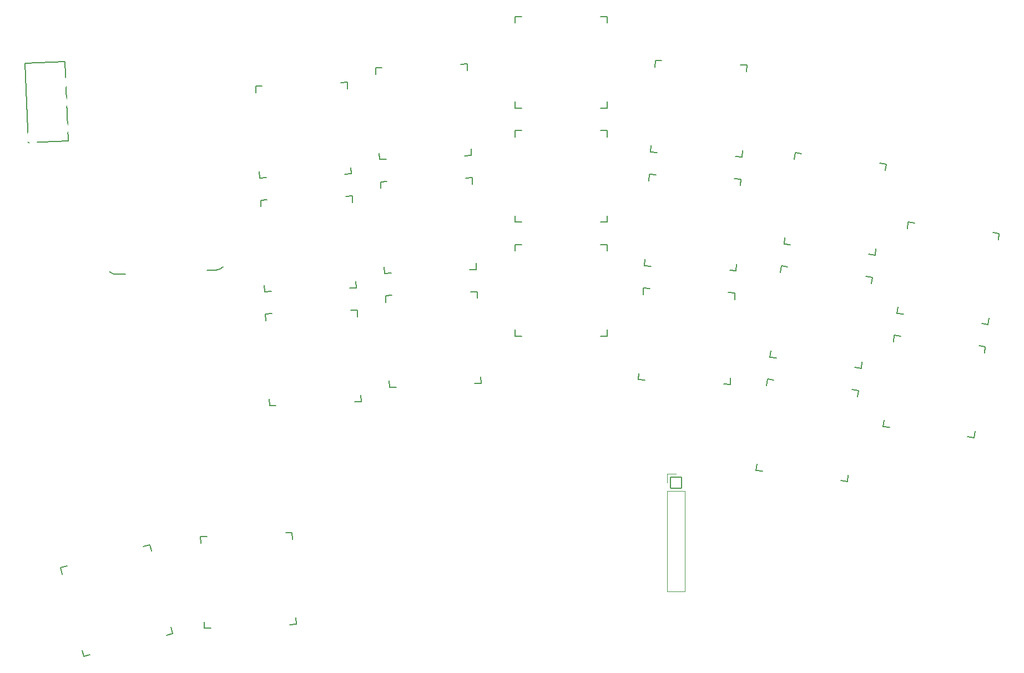
<source format=gto>
G04 #@! TF.GenerationSoftware,KiCad,Pcbnew,8.0.5-dirty*
G04 #@! TF.CreationDate,2024-10-14T15:43:55+03:00*
G04 #@! TF.ProjectId,Kivipallur_right,4b697669-7061-46c6-9c75-725f72696768,1*
G04 #@! TF.SameCoordinates,Original*
G04 #@! TF.FileFunction,Legend,Top*
G04 #@! TF.FilePolarity,Positive*
%FSLAX46Y46*%
G04 Gerber Fmt 4.6, Leading zero omitted, Abs format (unit mm)*
G04 Created by KiCad (PCBNEW 8.0.5-dirty) date 2024-10-14 15:43:55*
%MOMM*%
%LPD*%
G01*
G04 APERTURE LIST*
G04 Aperture macros list*
%AMRoundRect*
0 Rectangle with rounded corners*
0 $1 Rounding radius*
0 $2 $3 $4 $5 $6 $7 $8 $9 X,Y pos of 4 corners*
0 Add a 4 corners polygon primitive as box body*
4,1,4,$2,$3,$4,$5,$6,$7,$8,$9,$2,$3,0*
0 Add four circle primitives for the rounded corners*
1,1,$1+$1,$2,$3*
1,1,$1+$1,$4,$5*
1,1,$1+$1,$6,$7*
1,1,$1+$1,$8,$9*
0 Add four rect primitives between the rounded corners*
20,1,$1+$1,$2,$3,$4,$5,0*
20,1,$1+$1,$4,$5,$6,$7,0*
20,1,$1+$1,$6,$7,$8,$9,0*
20,1,$1+$1,$8,$9,$2,$3,0*%
%AMHorizOval*
0 Thick line with rounded ends*
0 $1 width*
0 $2 $3 position (X,Y) of the first rounded end (center of the circle)*
0 $4 $5 position (X,Y) of the second rounded end (center of the circle)*
0 Add line between two ends*
20,1,$1,$2,$3,$4,$5,0*
0 Add two circle primitives to create the rounded ends*
1,1,$1,$2,$3*
1,1,$1,$4,$5*%
G04 Aperture macros list end*
%ADD10C,0.150000*%
%ADD11C,0.120000*%
%ADD12C,4.500000*%
%ADD13C,1.801800*%
%ADD14C,3.100000*%
%ADD15C,3.529000*%
%ADD16C,2.132000*%
%ADD17RoundRect,0.050000X-0.850000X-0.850000X0.850000X-0.850000X0.850000X0.850000X-0.850000X0.850000X0*%
%ADD18O,1.800000X1.800000*%
%ADD19RoundRect,0.475000X-1.303020X-0.532344X1.344458X-0.416752X1.303020X0.532344X-1.344458X0.416752X0*%
%ADD20C,1.900000*%
%ADD21RoundRect,0.475000X-0.453829X-0.495267X0.495267X-0.453829X0.453829X0.495267X-0.495267X0.453829X0*%
%ADD22RoundRect,0.475000X0.532344X-1.303020X0.416752X1.344458X-0.532344X1.303020X-0.416752X-1.344458X0*%
%ADD23RoundRect,0.475000X1.303020X0.532344X-1.344458X0.416752X-1.303020X-0.532344X1.344458X-0.416752X0*%
%ADD24C,0.900000*%
%ADD25HorizOval,1.700000X-0.008724X0.199810X0.008724X-0.199810X0*%
G04 APERTURE END LIST*
D10*
X106761998Y-73512009D02*
X106718379Y-72512961D01*
X107329050Y-86499636D02*
X107285431Y-85500588D01*
X107329050Y-86499636D02*
X108328098Y-86456017D01*
X107717427Y-72469342D02*
X106718379Y-72512961D01*
X120316677Y-85932584D02*
X121315725Y-85888965D01*
X120705054Y-71902290D02*
X119706006Y-71945909D01*
X120705054Y-71902290D02*
X120748673Y-72901338D01*
X121272106Y-84889917D02*
X121315725Y-85888965D01*
X165284426Y-82543939D02*
X165336765Y-81545310D01*
X165284426Y-82543939D02*
X166283055Y-82596275D01*
X165964793Y-69561755D02*
X166017129Y-68563126D01*
X167015758Y-68615465D02*
X166017129Y-68563126D01*
X178266610Y-83224303D02*
X179265239Y-83276642D01*
X179317575Y-82278013D02*
X179265239Y-83276642D01*
X179997942Y-69295829D02*
X178999313Y-69243493D01*
X179997942Y-69295829D02*
X179945603Y-70294458D01*
X107520975Y-90895448D02*
X107477356Y-89896400D01*
X108088027Y-103883075D02*
X108044408Y-102884027D01*
X108088027Y-103883075D02*
X109087075Y-103839456D01*
X108476404Y-89852781D02*
X107477356Y-89896400D01*
X121075654Y-103316023D02*
X122074702Y-103272404D01*
X121464031Y-89285729D02*
X120464983Y-89329348D01*
X121464031Y-89285729D02*
X121507650Y-90284777D01*
X122031083Y-102273356D02*
X122074702Y-103272404D01*
X106003021Y-56128570D02*
X105959402Y-55129522D01*
X106570073Y-69116197D02*
X106526454Y-68117149D01*
X106570073Y-69116197D02*
X107569121Y-69072578D01*
X106958450Y-55085903D02*
X105959402Y-55129522D01*
X119557700Y-68549145D02*
X120556748Y-68505526D01*
X119946077Y-54518851D02*
X118947029Y-54562470D01*
X119946077Y-54518851D02*
X119989696Y-55517899D01*
X120513129Y-67506478D02*
X120556748Y-68505526D01*
X145571278Y-62883709D02*
X145571278Y-61883709D01*
X145571278Y-75883709D02*
X145571278Y-74883709D01*
X145571278Y-75883709D02*
X146571278Y-75883709D01*
X146571278Y-61883709D02*
X145571278Y-61883709D01*
X158571278Y-75883709D02*
X159571278Y-75883709D01*
X159571278Y-61883709D02*
X158571278Y-61883709D01*
X159571278Y-61883709D02*
X159571278Y-62883709D01*
X159571278Y-74883709D02*
X159571278Y-75883709D01*
X145571278Y-80283709D02*
X145571278Y-79283709D01*
X145571278Y-93283709D02*
X145571278Y-92283709D01*
X145571278Y-93283709D02*
X146571278Y-93283709D01*
X146571278Y-79283709D02*
X145571278Y-79283709D01*
X158571278Y-93283709D02*
X159571278Y-93283709D01*
X159571278Y-79283709D02*
X158571278Y-79283709D01*
X159571278Y-79283709D02*
X159571278Y-80283709D01*
X159571278Y-92283709D02*
X159571278Y-93283709D01*
X164373780Y-99920093D02*
X164426119Y-98921464D01*
X164373780Y-99920093D02*
X165372409Y-99972429D01*
X165054147Y-86937909D02*
X165106483Y-85939280D01*
X166105112Y-85991619D02*
X165106483Y-85939280D01*
X177355964Y-100600457D02*
X178354593Y-100652796D01*
X178406929Y-99654167D02*
X178354593Y-100652796D01*
X179087296Y-86671983D02*
X178088667Y-86619647D01*
X179087296Y-86671983D02*
X179034957Y-87670612D01*
X97593075Y-124860825D02*
X97549456Y-123861777D01*
X98160127Y-137848452D02*
X98116508Y-136849404D01*
X98160127Y-137848452D02*
X99159175Y-137804833D01*
X98548504Y-123818158D02*
X97549456Y-123861777D01*
X111147754Y-137281400D02*
X112146802Y-137237781D01*
X111536131Y-123251106D02*
X110537083Y-123294725D01*
X111536131Y-123251106D02*
X111579750Y-124250154D01*
X112103183Y-136238733D02*
X112146802Y-137237781D01*
X184438649Y-96468413D02*
X184560517Y-95475867D01*
X184438649Y-96468413D02*
X185431194Y-96590282D01*
X186022949Y-83565313D02*
X186144818Y-82572768D01*
X187137364Y-82694636D02*
X186144818Y-82572768D01*
X197341748Y-98052714D02*
X198334294Y-98174582D01*
X198456163Y-97182037D02*
X198334294Y-98174582D01*
X200040463Y-84278937D02*
X199047918Y-84157068D01*
X200040463Y-84278937D02*
X199918595Y-85271483D01*
X125816224Y-88094755D02*
X125772605Y-87095707D01*
X126383276Y-101082382D02*
X126339657Y-100083334D01*
X126383276Y-101082382D02*
X127382324Y-101038763D01*
X126771653Y-87052088D02*
X125772605Y-87095707D01*
X139370903Y-100515330D02*
X140369951Y-100471711D01*
X139759280Y-86485036D02*
X138760232Y-86528655D01*
X139759280Y-86485036D02*
X139802899Y-87484084D01*
X140326332Y-99472663D02*
X140369951Y-100471711D01*
X186559175Y-79198110D02*
X186681043Y-78205564D01*
X186559175Y-79198110D02*
X187551720Y-79319979D01*
X188143475Y-66295010D02*
X188265344Y-65302465D01*
X189257890Y-65424333D02*
X188265344Y-65302465D01*
X199462274Y-80782411D02*
X200454820Y-80904279D01*
X200576689Y-79911734D02*
X200454820Y-80904279D01*
X202160989Y-67008634D02*
X201168444Y-66886765D01*
X202160989Y-67008634D02*
X202039121Y-68001180D01*
X182318122Y-113738716D02*
X182439990Y-112746170D01*
X182318122Y-113738716D02*
X183310667Y-113860585D01*
X183902422Y-100835616D02*
X184024291Y-99843071D01*
X185016837Y-99964939D02*
X184024291Y-99843071D01*
X195221221Y-115323017D02*
X196213767Y-115444885D01*
X196335636Y-114452340D02*
X196213767Y-115444885D01*
X197919936Y-101549240D02*
X196927391Y-101427371D01*
X197919936Y-101549240D02*
X197798068Y-102541786D01*
X203798322Y-89777894D02*
X203920190Y-88785348D01*
X203798322Y-89777894D02*
X204790867Y-89899763D01*
X205382622Y-76874794D02*
X205504491Y-75882249D01*
X206497037Y-76004117D02*
X205504491Y-75882249D01*
X216701421Y-91362195D02*
X217693967Y-91484063D01*
X217815836Y-90491518D02*
X217693967Y-91484063D01*
X219400136Y-77588418D02*
X218407591Y-77466549D01*
X219400136Y-77588418D02*
X219278268Y-78580964D01*
D11*
X168753140Y-114325621D02*
X170083140Y-114325621D01*
X168753140Y-115655621D02*
X168753140Y-114325621D01*
X168753140Y-116925621D02*
X168753140Y-132225621D01*
X168753140Y-116925621D02*
X171413140Y-116925621D01*
X168753140Y-132225621D02*
X171413140Y-132225621D01*
X171413140Y-116925621D02*
X171413140Y-132225621D01*
D10*
X166195071Y-65167785D02*
X166247410Y-64169156D01*
X166195071Y-65167785D02*
X167193700Y-65220121D01*
X166875438Y-52185601D02*
X166927774Y-51186972D01*
X167926403Y-51239311D02*
X166927774Y-51186972D01*
X179177255Y-65848149D02*
X180175884Y-65900488D01*
X180228220Y-64901859D02*
X180175884Y-65900488D01*
X180908587Y-51919675D02*
X179909958Y-51867339D01*
X180908587Y-51919675D02*
X180856248Y-52918304D01*
X145571278Y-45483709D02*
X145571278Y-44483709D01*
X145571278Y-58483709D02*
X145571278Y-57483709D01*
X145571278Y-58483709D02*
X146571278Y-58483709D01*
X146571278Y-44483709D02*
X145571278Y-44483709D01*
X158571278Y-58483709D02*
X159571278Y-58483709D01*
X159571278Y-44483709D02*
X158571278Y-44483709D01*
X159571278Y-44483709D02*
X159571278Y-45483709D01*
X159571278Y-57483709D02*
X159571278Y-58483709D01*
X86142543Y-83777238D02*
X84743876Y-83838305D01*
X99969371Y-83173546D02*
X98570703Y-83234613D01*
X84743876Y-83838305D02*
G75*
G02*
X83686638Y-83453502I-64112J1468626D01*
G01*
X100989048Y-82698063D02*
G75*
G02*
X99969371Y-83173546I-1083798J993118D01*
G01*
X125057247Y-70711316D02*
X125013628Y-69712268D01*
X125624299Y-83698943D02*
X125580680Y-82699895D01*
X125624299Y-83698943D02*
X126623347Y-83655324D01*
X126012676Y-69668649D02*
X125013628Y-69712268D01*
X138611926Y-83131891D02*
X139610974Y-83088272D01*
X139000303Y-69101597D02*
X138001255Y-69145216D01*
X139000303Y-69101597D02*
X139043922Y-70100645D01*
X139567355Y-82089224D02*
X139610974Y-83088272D01*
X70760916Y-51621845D02*
X71288711Y-63710329D01*
X76855110Y-51355767D02*
X70760916Y-51621845D01*
X76855110Y-51355767D02*
X77382905Y-63444250D01*
X77382905Y-63444250D02*
X71288711Y-63710329D01*
X124298269Y-53327877D02*
X124254650Y-52328829D01*
X124865321Y-66315504D02*
X124821702Y-65316456D01*
X124865321Y-66315504D02*
X125864369Y-66271885D01*
X125253698Y-52285210D02*
X124254650Y-52328829D01*
X137852948Y-65748452D02*
X138851996Y-65704833D01*
X138241325Y-51718158D02*
X137242277Y-51761777D01*
X138241325Y-51718158D02*
X138284944Y-52717206D01*
X138808377Y-64705785D02*
X138851996Y-65704833D01*
X201677795Y-107048197D02*
X201799663Y-106055651D01*
X201677795Y-107048197D02*
X202670340Y-107170066D01*
X203262095Y-94145097D02*
X203383964Y-93152552D01*
X204376510Y-93274420D02*
X203383964Y-93152552D01*
X214580894Y-108632498D02*
X215573440Y-108754366D01*
X215695309Y-107761821D02*
X215573440Y-108754366D01*
X217279609Y-94858721D02*
X216287064Y-94736852D01*
X217279609Y-94858721D02*
X217157741Y-95851267D01*
X76484004Y-129572571D02*
X76233624Y-128604424D01*
X77201772Y-128354044D02*
X76233624Y-128604424D01*
X79738945Y-142158491D02*
X79488565Y-141190343D01*
X79738945Y-142158491D02*
X80707092Y-141908111D01*
X89787691Y-125099103D02*
X88819544Y-125349483D01*
X89787691Y-125099103D02*
X90038071Y-126067251D01*
X92324864Y-138903550D02*
X93293012Y-138653170D01*
X93042632Y-137685023D02*
X93293012Y-138653170D01*
%LPC*%
D12*
X152571278Y-99283709D03*
D13*
X108522287Y-79440870D03*
D14*
X113757517Y-73256626D03*
D15*
X114017052Y-79200963D03*
D14*
X118848720Y-75236435D03*
D13*
X119511817Y-78961056D03*
D16*
X114274406Y-85095348D03*
X109187565Y-83215443D03*
D13*
X167148722Y-75632036D03*
D14*
X172952583Y-69978038D03*
D15*
X172641184Y-75919884D03*
D14*
X177830592Y-72436703D03*
D13*
X178133646Y-76207732D03*
D16*
X172332402Y-81811798D03*
X167449160Y-79452996D03*
D13*
X109281264Y-96824309D03*
D14*
X114516494Y-90640065D03*
D15*
X114776029Y-96584402D03*
D14*
X119607697Y-92619874D03*
D13*
X120270794Y-96344495D03*
D16*
X115033383Y-102478787D03*
X109946542Y-100598882D03*
D13*
X107763310Y-62057431D03*
D14*
X112998540Y-55873187D03*
D15*
X113258075Y-61817524D03*
D14*
X118089743Y-57852996D03*
D13*
X118752840Y-61577617D03*
D16*
X113515429Y-67711909D03*
X108428588Y-65832004D03*
D13*
X147071278Y-68883709D03*
D14*
X152571278Y-62933709D03*
D15*
X152571278Y-68883709D03*
D14*
X157571278Y-65133709D03*
D13*
X158071278Y-68883709D03*
D16*
X152571278Y-74783709D03*
X147571278Y-72683709D03*
D12*
X207833466Y-114352832D03*
D13*
X147071278Y-86283709D03*
D14*
X152571278Y-80333709D03*
D15*
X152571278Y-86283709D03*
D14*
X157571278Y-82533709D03*
D13*
X158071278Y-86283709D03*
D16*
X152571278Y-92183709D03*
X147571278Y-90083709D03*
D13*
X166238076Y-93008190D03*
D14*
X172041937Y-87354192D03*
D15*
X171730538Y-93296038D03*
D14*
X176919946Y-89812857D03*
D13*
X177223000Y-93583886D03*
D16*
X171421756Y-99187952D03*
X166538514Y-96829150D03*
D13*
X99353364Y-130789686D03*
D14*
X104588594Y-124605442D03*
D15*
X104848129Y-130549779D03*
D14*
X109679797Y-126585251D03*
D13*
X110342894Y-130309872D03*
D16*
X105105483Y-136444164D03*
X100018642Y-134564259D03*
D13*
X186780552Y-89703394D03*
D14*
X192964679Y-84468025D03*
D15*
X192239556Y-90373675D03*
D14*
X197659297Y-87260974D03*
D13*
X197698560Y-91043956D03*
D16*
X191520527Y-96229697D03*
X186813722Y-93536004D03*
D13*
X127576513Y-94023616D03*
D14*
X132811743Y-87839372D03*
D15*
X133071278Y-93783709D03*
D14*
X137902946Y-89819181D03*
D13*
X138566043Y-93543802D03*
D16*
X133328632Y-99678094D03*
X128241791Y-97798189D03*
D13*
X188901078Y-72433091D03*
D14*
X195085205Y-67197722D03*
D15*
X194360082Y-73103372D03*
D14*
X199779823Y-69990671D03*
D13*
X199819086Y-73773653D03*
D16*
X193641053Y-78959394D03*
X188934248Y-76265701D03*
D13*
X184660025Y-106973697D03*
D14*
X190844152Y-101738328D03*
D15*
X190119029Y-107643978D03*
D14*
X195538770Y-104531277D03*
D13*
X195578033Y-108314259D03*
D16*
X189400000Y-113500000D03*
X184693195Y-110806307D03*
D13*
X206140225Y-83012875D03*
D14*
X212324352Y-77777506D03*
D15*
X211599229Y-83683156D03*
D14*
X217018970Y-80570455D03*
D13*
X217058233Y-84353437D03*
D16*
X210880200Y-89539178D03*
X206173395Y-86845485D03*
D12*
X74055123Y-80945739D03*
X93291547Y-118041965D03*
D17*
X170083140Y-115655621D03*
D18*
X170083140Y-118195621D03*
X170083140Y-120735621D03*
X170083140Y-123275621D03*
X170083140Y-125815621D03*
X170083140Y-128355621D03*
X170083140Y-130895621D03*
D13*
X168059367Y-58255882D03*
D14*
X173863228Y-52601884D03*
D15*
X173551829Y-58543730D03*
D14*
X178741237Y-55060549D03*
D13*
X179044291Y-58831578D03*
D16*
X173243047Y-64435644D03*
X168359805Y-62076842D03*
D13*
X147071278Y-51483709D03*
D14*
X152571278Y-45533709D03*
D15*
X152571278Y-51483709D03*
D14*
X157571278Y-47733709D03*
D13*
X158071278Y-51483709D03*
D16*
X152571278Y-57383709D03*
X147571278Y-55283709D03*
D19*
X82162267Y-54513002D03*
D20*
X83461030Y-54456297D03*
D19*
X82273060Y-57050585D03*
D20*
X83571823Y-56993880D03*
D19*
X82383855Y-59588167D03*
D21*
X83682616Y-59531462D03*
D19*
X82494647Y-62125750D03*
D21*
X83793409Y-62069045D03*
D19*
X82605440Y-64663332D03*
D20*
X83904203Y-64606627D03*
D19*
X82716233Y-67200915D03*
D20*
X84014996Y-67144209D03*
D19*
X82827026Y-69738497D03*
D20*
X84125789Y-69681792D03*
D19*
X82937820Y-72276080D03*
D20*
X84236582Y-72219374D03*
D19*
X83048613Y-74813662D03*
D20*
X84347376Y-74756957D03*
D19*
X83159406Y-77351245D03*
D20*
X84458169Y-77294539D03*
D19*
X83270199Y-79888827D03*
D20*
X84568962Y-79832122D03*
D19*
X83380993Y-82426410D03*
D20*
X84679755Y-82369704D03*
X98686525Y-53791538D03*
D19*
X99985287Y-53734832D03*
D21*
X98797318Y-56329120D03*
D19*
X100096081Y-56272415D03*
D20*
X98908111Y-58866703D03*
D19*
X100206874Y-58809997D03*
D20*
X99018904Y-61404285D03*
D19*
X100317667Y-61347580D03*
D20*
X99129698Y-63941868D03*
D19*
X100428460Y-63885162D03*
D20*
X99240491Y-66479450D03*
D19*
X100539254Y-66422745D03*
D20*
X99351284Y-69017033D03*
D19*
X100650047Y-68960327D03*
D20*
X99462077Y-71554615D03*
D19*
X100760840Y-71497910D03*
D20*
X99572871Y-74092197D03*
D19*
X100871633Y-74035492D03*
D20*
X99683664Y-76629780D03*
D19*
X100982425Y-76573075D03*
D20*
X99794457Y-79167362D03*
D19*
X101093220Y-79110657D03*
D20*
X99905250Y-81704945D03*
D19*
X101204013Y-81648240D03*
D20*
X87217338Y-82258911D03*
D22*
X87274043Y-83557674D03*
D20*
X89754920Y-82148118D03*
D22*
X89811626Y-83446881D03*
D20*
X92292503Y-82037325D03*
D22*
X92349208Y-83336087D03*
D20*
X94830085Y-81926531D03*
D22*
X94886791Y-83225294D03*
D20*
X97367668Y-81815738D03*
D22*
X97424373Y-83114501D03*
D20*
X98575731Y-51253955D03*
D23*
X99874494Y-51197250D03*
D19*
X82051474Y-51975420D03*
D20*
X83350236Y-51918715D03*
D13*
X126817536Y-76640177D03*
D14*
X132052766Y-70455933D03*
D15*
X132312301Y-76400270D03*
D14*
X137143969Y-72435742D03*
D13*
X137807066Y-76160363D03*
D16*
X132569655Y-82294655D03*
X127482814Y-80414750D03*
D12*
X213244465Y-70283783D03*
D24*
X73877804Y-53087283D03*
X74183140Y-60080621D03*
D25*
X76376264Y-57582580D03*
X76245406Y-54585436D03*
X72003101Y-62878373D03*
X76550742Y-61578773D03*
D12*
X174232197Y-45561546D03*
X178017511Y-132353354D03*
X130964461Y-45529680D03*
D13*
X126058558Y-59256738D03*
D14*
X131293788Y-53072494D03*
D15*
X131553323Y-59016831D03*
D14*
X136384991Y-55052303D03*
D13*
X137048088Y-58776924D03*
D16*
X131810677Y-64911216D03*
X126723836Y-63031311D03*
D13*
X204019698Y-100283178D03*
D14*
X210203825Y-95047809D03*
D15*
X209478702Y-100953459D03*
D14*
X214898443Y-97840758D03*
D13*
X214937706Y-101623740D03*
D16*
X208759673Y-106809481D03*
X204052868Y-104115788D03*
D13*
X79438506Y-135005887D03*
D14*
X83273557Y-127868319D03*
D15*
X84763318Y-133628797D03*
D14*
X88665131Y-128746343D03*
D13*
X90088130Y-132251707D03*
D16*
X86240560Y-139340868D03*
X80874024Y-138559658D03*
%LPD*%
M02*

</source>
